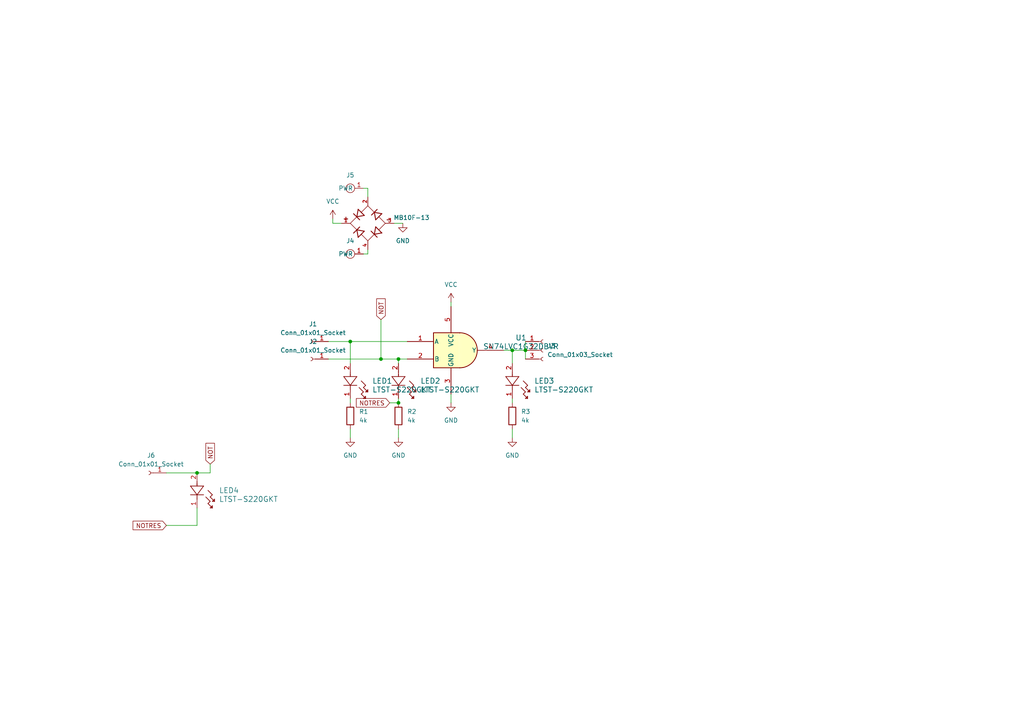
<source format=kicad_sch>
(kicad_sch (version 20230121) (generator eeschema)
  (paper "A4")
  (lib_symbols
    (symbol "Device:R" (pin_numbers hide) (pin_names (offset 0))
      (property "Reference" "R" (at 2.032 0 90))
      (property "Value" "R" (at 0 0 90))
      (symbol "R_0_1"
        (rectangle (start -1.016 -2.54) (end 1.016 2.54) (stroke (width 0.254)))
      )
      (symbol "R_1_1"
        (pin passive line (at 0 3.81 270) (length 1.27) (name "~") (number "1"))
        (pin passive line (at 0 -3.81 90) (length 1.27) (name "~") (number "2"))
      )
    )
    (symbol "DigitalLogicLibrary:8mm_snap" (in_bom no)
      (property "Reference" "J" (at 0 0 0))
      (symbol "8mm_snap_0_1"
        (circle (center 0 0) (radius 1.27))
      )
      (symbol "8mm_snap_1_1"
        (pin output line (at 3.81 0 180) (length 2.54) (name "PWR") (number "1"))
      )
    )
    (symbol "DigitalLogicLibrary:Conn_01x01_Socket" (pin_names (offset 1.016) hide)
      (property "Reference" "J" (at 0 2.54 0))
      (property "Value" "Conn_01x01_Socket" (at 0 -2.54 0))
      (symbol "Conn_01x01_Socket_1_1"
        (polyline (pts (xy -1.27 0) (xy -0.508 0)) (stroke (width 0.1524)))
        (arc (start 0 0.508) (mid -0.5058 0) (end 0 -0.508) (stroke (width 0.1524)))
        (pin passive line (at -5.08 0 0) (length 3.81) (name "Pin_1") (number "1"))
      )
    )
    (symbol "DigitalLogicLibrary:Conn_01x03_Socket" (pin_names (offset 1.016) hide)
      (property "Reference" "J" (at 0 5.08 0))
      (property "Value" "Conn_01x03_Socket" (at 0 -5.08 0))
      (symbol "Conn_01x03_Socket_1_1"
        (arc (start 0 -2.032) (mid -0.5058 -2.54) (end 0 -3.048) (stroke (width 0.1524)))
        (polyline (pts (xy -1.27 -2.54) (xy -0.508 -2.54)) (stroke (width 0.1524)))
        (polyline (pts (xy -1.27 0) (xy -0.508 0)) (stroke (width 0.1524)))
        (polyline (pts (xy -1.27 2.54) (xy -0.508 2.54)) (stroke (width 0.1524)))
        (arc (start 0 0.508) (mid -0.5058 0) (end 0 -0.508) (stroke (width 0.1524)))
        (arc (start 0 3.048) (mid -0.5058 2.54) (end 0 2.032) (stroke (width 0.1524)))
        (pin passive line (at -5.08 2.54 0) (length 3.81) (name "Pin_1") (number "1"))
        (pin passive line (at -5.08 0 0) (length 3.81) (name "Pin_2") (number "2"))
        (pin passive line (at -5.08 -2.54 0) (length 3.81) (name "Pin_3") (number "3"))
      )
    )
    (symbol "DigitalLogicLibrary:LTST-S220GKT" (pin_names (offset 0.254))
      (property "Reference" "LED" (at 5.08 -4.445 0))
      (property "Value" "LTST-S220GKT" (at 5.08 -7.62 0))
      (symbol "LTST-S220GKT_1_1"
        (polyline (pts (xy 2.54 0) (xy 3.4798 0)) (stroke (width 0.2032)))
        (polyline (pts (xy 3.175 0) (xy 3.81 0)) (stroke (width 0.2032)))
        (polyline (pts (xy 3.81 -1.905) (xy 6.35 0)) (stroke (width 0.2032)))
        (polyline (pts (xy 3.81 1.905) (xy 3.81 -1.905)) (stroke (width 0.2032)))
        (polyline (pts (xy 5.08 3.175) (xy 6.35 4.445)) (stroke (width 0.2032)))
        (polyline (pts (xy 6.35 -1.905) (xy 6.35 1.905)) (stroke (width 0.2032)))
        (polyline (pts (xy 6.35 0) (xy 3.81 1.905)) (stroke (width 0.2032)))
        (polyline (pts (xy 6.35 0) (xy 7.62 0)) (stroke (width 0.2032)))
        (polyline (pts (xy 6.35 4.445) (xy 6.985 3.81)) (stroke (width 0.2032)))
        (polyline (pts (xy 6.985 2.54) (xy 8.255 3.81)) (stroke (width 0.2032)))
        (polyline (pts (xy 6.985 3.81) (xy 8.255 5.08)) (stroke (width 0.2032)))
        (polyline (pts (xy 7.62 5.08) (xy 8.255 4.445)) (stroke (width 0.2032)))
        (polyline (pts (xy 8.255 3.81) (xy 8.89 3.175)) (stroke (width 0.2032)))
        (polyline (pts (xy 8.255 4.445) (xy 8.255 5.08)) (stroke (width 0.2032)))
        (polyline (pts (xy 8.255 5.08) (xy 7.62 5.08)) (stroke (width 0.2032)))
        (polyline (pts (xy 8.89 3.175) (xy 10.16 4.445)) (stroke (width 0.2032)))
        (polyline (pts (xy 9.525 4.445) (xy 10.16 3.81)) (stroke (width 0.2032)))
        (polyline (pts (xy 10.16 3.81) (xy 10.16 4.445)) (stroke (width 0.2032)))
        (polyline (pts (xy 10.16 4.445) (xy 9.525 4.445)) (stroke (width 0.2032)))
        (pin unspecified line (at 10.16 0 180) (length 2.54) (name "") (number "1"))
        (pin unspecified line (at 0 0 0) (length 2.54) (name "") (number "2"))
      )
      (symbol "LTST-S220GKT_1_2"
        (polyline (pts (xy -5.08 7.62) (xy -4.445 8.255)) (stroke (width 0.2032)))
        (polyline (pts (xy -5.08 8.255) (xy -5.08 7.62)) (stroke (width 0.2032)))
        (polyline (pts (xy -4.445 6.35) (xy -3.81 6.985)) (stroke (width 0.2032)))
        (polyline (pts (xy -4.445 8.255) (xy -5.08 8.255)) (stroke (width 0.2032)))
        (polyline (pts (xy -4.445 9.525) (xy -3.81 10.16)) (stroke (width 0.2032)))
        (polyline (pts (xy -4.445 10.16) (xy -4.445 9.525)) (stroke (width 0.2032)))
        (polyline (pts (xy -3.81 6.985) (xy -5.08 8.255)) (stroke (width 0.2032)))
        (polyline (pts (xy -3.81 8.255) (xy -3.175 8.89)) (stroke (width 0.2032)))
        (polyline (pts (xy -3.81 10.16) (xy -4.445 10.16)) (stroke (width 0.2032)))
        (polyline (pts (xy -3.175 5.08) (xy -4.445 6.35)) (stroke (width 0.2032)))
        (polyline (pts (xy -3.175 8.89) (xy -4.445 10.16)) (stroke (width 0.2032)))
        (polyline (pts (xy -2.54 6.985) (xy -3.81 8.255)) (stroke (width 0.2032)))
        (polyline (pts (xy -1.905 3.81) (xy 1.905 3.81)) (stroke (width 0.2032)))
        (polyline (pts (xy 0 2.54) (xy 0 3.4798)) (stroke (width 0.2032)))
        (polyline (pts (xy 0 3.175) (xy 0 3.81)) (stroke (width 0.2032)))
        (polyline (pts (xy 0 6.35) (xy -1.905 3.81)) (stroke (width 0.2032)))
        (polyline (pts (xy 0 6.35) (xy 0 7.62)) (stroke (width 0.2032)))
        (polyline (pts (xy 1.905 3.81) (xy 0 6.35)) (stroke (width 0.2032)))
        (polyline (pts (xy 1.905 6.35) (xy -1.905 6.35)) (stroke (width 0.2032)))
        (pin unspecified line (at 0 10.16 270) (length 2.54) (name "") (number "1"))
        (pin unspecified line (at 0 0 90) (length 2.54) (name "") (number "2"))
      )
    )
    (symbol "DigitalLogicLibrary:MB10F-13" (pin_names (offset 1.016))
      (property "Reference" "D" (at 5.08 5.08 0))
      (property "Value" "MB10F-13" (at 5.08 -7.62 0))
      (symbol "MB10F-13_0_0"
        (polyline (pts (xy -6.858 1.27) (xy -5.842 1.27)) (stroke (width 0.254)))
        (polyline (pts (xy -6.35 0.762) (xy -6.35 1.778)) (stroke (width 0.254)))
        (polyline (pts (xy -5.08 0) (xy -3.175 -1.905)) (stroke (width 0.1524)))
        (polyline (pts (xy -3.175 -1.905) (xy -2.794 -4.064)) (stroke (width 0.254)))
        (polyline (pts (xy -3.175 -1.905) (xy -1.016 -2.286)) (stroke (width 0.254)))
        (polyline (pts (xy -3.175 1.905) (xy -5.08 0)) (stroke (width 0.1524)))
        (polyline (pts (xy -3.175 1.905) (xy -2.794 4.064)) (stroke (width 0.254)))
        (polyline (pts (xy -3.175 1.905) (xy -1.016 2.286)) (stroke (width 0.254)))
        (polyline (pts (xy -2.3622 -1.0668) (xy -4.1402 -2.8448)) (stroke (width 0.254)))
        (polyline (pts (xy -2.3622 1.016) (xy -4.1402 2.794)) (stroke (width 0.254)))
        (polyline (pts (xy -1.016 -2.286) (xy -2.794 -4.064)) (stroke (width 0.254)))
        (polyline (pts (xy -1.016 2.286) (xy -2.794 4.064)) (stroke (width 0.254)))
        (polyline (pts (xy 0 -5.08) (xy -1.8034 -3.2766)) (stroke (width 0.1524)))
        (polyline (pts (xy 0 -5.08) (xy 1.905 -3.175)) (stroke (width 0.1524)))
        (polyline (pts (xy 0 5.08) (xy -1.8034 3.2766)) (stroke (width 0.1524)))
        (polyline (pts (xy 1.905 -3.175) (xy 2.286 -1.016)) (stroke (width 0.254)))
        (polyline (pts (xy 1.905 -3.175) (xy 4.064 -2.794)) (stroke (width 0.254)))
        (polyline (pts (xy 1.905 3.175) (xy 0 5.08)) (stroke (width 0.1524)))
        (polyline (pts (xy 1.905 3.175) (xy 2.286 1.016)) (stroke (width 0.254)))
        (polyline (pts (xy 1.905 3.175) (xy 4.064 2.794)) (stroke (width 0.254)))
        (polyline (pts (xy 2.7178 -4.0386) (xy 0.9398 -2.2606)) (stroke (width 0.254)))
        (polyline (pts (xy 2.7178 4.0386) (xy 1.0668 2.3876)) (stroke (width 0.254)))
        (polyline (pts (xy 3.2766 -1.8034) (xy 5.08 0)) (stroke (width 0.1524)))
        (polyline (pts (xy 4.064 -2.794) (xy 2.286 -1.016)) (stroke (width 0.254)))
        (polyline (pts (xy 4.064 2.794) (xy 2.286 1.016)) (stroke (width 0.254)))
        (polyline (pts (xy 5.08 0) (xy 3.2766 1.8034)) (stroke (width 0.1524)))
        (polyline (pts (xy 5.588 1.016) (xy 6.604 1.016)) (stroke (width 0.254)))
        (pin passive line (at -7.62 0 0) (length 2.54) (name "~") (number "1"))
        (pin passive line (at 0 7.62 270) (length 2.54) (name "~") (number "2"))
        (pin passive line (at 7.62 0 180) (length 2.54) (name "~") (number "3"))
        (pin passive line (at 0 -7.62 90) (length 2.54) (name "~") (number "4"))
      )
    )
    (symbol "DigitalLogicLibrary:SN74LVC1G32DBVR" (pin_names (offset 0.254))
      (property "Reference" "U" (at 25.4 10.16 0))
      (property "Value" "SN74LVC1G32DBVR" (at 25.4 7.62 0))
      (symbol "SN74LVC1G32DBVR_0_1"
        (polyline (pts (xy 27.94 -6.35) (xy 20.32 -6.35) (xy 20.32 3.81) (xy 27.94 3.81)) (stroke (width 0.254)) (fill (type background)))
        (arc (start 27.94 -6.35) (mid 32.9979 -1.27) (end 27.94 3.81) (stroke (width 0.254)) (fill (type background)))
        (pin input line (at 12.7 1.27 0) (length 7.62) (name "A") (number "1"))
        (pin input line (at 12.7 -3.81 0) (length 7.62) (name "B") (number "2"))
        (pin power_in line (at 25.4 -13.97 90) (length 7.62) (name "GND") (number "3"))
        (pin output line (at 40.64 -1.27 180) (length 7.62) (name "Y") (number "4"))
        (pin power_in line (at 25.4 11.43 270) (length 7.62) (name "VCC") (number "5"))
      )
    )
    (symbol "power:GND" (power) (pin_names (offset 0))
      (property "Value" "GND" (at 0 -3.81 0))
      (symbol "GND_0_1"
        (polyline (pts (xy 0 0) (xy 0 -1.27) (xy 1.27 -1.27) (xy 0 -2.54) (xy -1.27 -1.27) (xy 0 -1.27)))
      )
      (symbol "GND_1_1"
        (pin power_in line (at 0 0 270) (length 0) hide (name "GND") (number "1"))
      )
    )
    (symbol "power:VCC" (power) (pin_names (offset 0))
      (property "Value" "VCC" (at 0 3.81 0))
      (symbol "VCC_0_1"
        (polyline (pts (xy -0.762 1.27) (xy 0 2.54)))
        (polyline (pts (xy 0 0) (xy 0 2.54)))
        (polyline (pts (xy 0 2.54) (xy 0.762 1.27)))
      )
      (symbol "VCC_1_1"
        (pin power_in line (at 0 0 90) (length 0) hide (name "VCC") (number "1"))
      )
    )
  )
  (junction (at 115.57 116.84))
  (junction (at 148.59 101.6))
  (junction (at 110.49 104.14))
  (junction (at 101.6 99.06))
  (junction (at 57.15 137.16))
  (junction (at 152.4 101.6))
  (junction (at 115.57 104.14))
  (wire (pts (xy 152.4 101.6) (xy 152.4 104.14)))
  (wire (pts (xy 106.68 72.39) (xy 106.68 73.66)))
  (wire (pts (xy 115.57 104.14) (xy 118.11 104.14)))
  (wire (pts (xy 101.6 99.06) (xy 101.6 105.41)))
  (wire (pts (xy 57.15 152.4) (xy 57.15 147.32)))
  (wire (pts (xy 110.49 104.14) (xy 115.57 104.14)))
  (wire (pts (xy 148.59 115.57) (xy 148.59 116.84)))
  (wire (pts (xy 148.59 124.46) (xy 148.59 127)))
  (wire (pts (xy 96.52 63.5) (xy 96.52 64.77)))
  (wire (pts (xy 101.6 116.84) (xy 101.6 115.57)))
  (wire (pts (xy 130.81 87.63) (xy 130.81 88.9)))
  (wire (pts (xy 101.6 99.06) (xy 118.11 99.06)))
  (wire (pts (xy 95.25 104.14) (xy 110.49 104.14)))
  (wire (pts (xy 115.57 115.57) (xy 115.57 116.84)))
  (wire (pts (xy 105.41 54.61) (xy 106.68 54.61)))
  (wire (pts (xy 148.59 101.6) (xy 148.59 105.41)))
  (wire (pts (xy 48.26 137.16) (xy 57.15 137.16)))
  (wire (pts (xy 130.81 114.3) (xy 130.81 116.84)))
  (wire (pts (xy 60.96 137.16) (xy 57.15 137.16)))
  (wire (pts (xy 114.3 64.77) (xy 116.84 64.77)))
  (wire (pts (xy 146.05 101.6) (xy 148.59 101.6)))
  (wire (pts (xy 152.4 99.06) (xy 152.4 101.6)))
  (wire (pts (xy 60.96 134.62) (xy 60.96 137.16)))
  (wire (pts (xy 96.52 64.77) (xy 99.06 64.77)))
  (wire (pts (xy 106.68 73.66) (xy 105.41 73.66)))
  (wire (pts (xy 115.57 124.46) (xy 115.57 127)))
  (wire (pts (xy 95.25 99.06) (xy 101.6 99.06)))
  (wire (pts (xy 113.03 116.84) (xy 115.57 116.84)))
  (wire (pts (xy 110.49 92.71) (xy 110.49 104.14)))
  (wire (pts (xy 48.26 152.4) (xy 57.15 152.4)))
  (wire (pts (xy 115.57 104.14) (xy 115.57 105.41)))
  (wire (pts (xy 101.6 124.46) (xy 101.6 127)))
  (wire (pts (xy 148.59 101.6) (xy 152.4 101.6)))
  (wire (pts (xy 106.68 54.61) (xy 106.68 57.15)))
  (global_label "NOT" (shape input) (at 110.49 92.71 90) (property "Intersheetrefs" "${INTERSHEET_REFS}" (effects hide)))
  (global_label "NOTRES" (shape input) (at 48.26 152.4 180) (property "Intersheetrefs" "${INTERSHEET_REFS}" (effects hide)))
  (global_label "NOT" (shape input) (at 60.96 134.62 90) (property "Intersheetrefs" "${INTERSHEET_REFS}" (effects hide)))
  (global_label "NOTRES" (shape input) (at 113.03 116.84 180) (property "Intersheetrefs" "${INTERSHEET_REFS}" (effects hide)))
  (symbol (lib_id "power:GND") (at 130.81 116.84 0) (unit 1)
    (property "Reference" "#PWR04" (effects hide))
    (property "Value" "GND" (at 130.81 121.92 0))
  )
  (symbol (lib_id "DigitalLogicLibrary:LTST-S220GKT") (at 148.59 105.41 270) (unit 1)
    (property "Reference" "LED3" (at 154.94 110.49 90) (effects (font (size 1.524 1.524)) (justify left)))
    (property "Value" "LTST-S220GKT" (at 154.94 113.03 90) (effects (font (size 1.524 1.524)) (justify left)))
    (property "Footprint" "LED_LTST-S220GKT_LTO" (effects hide))
    (property "Datasheet" "LTST-S220GKT" (effects hide))
  )
  (symbol (lib_id "power:GND") (at 101.6 127 0) (unit 1)
    (property "Reference" "#PWR05" (effects hide))
    (property "Value" "GND" (at 101.6 132.08 0))
  )
  (symbol (lib_id "DigitalLogicLibrary:Conn_01x03_Socket") (at 157.48 101.6 0) (unit 1)
    (property "Reference" "J3" (at 158.75 100.33 0) (effects (justify left)))
    (property "Value" "Conn_01x03_Socket" (at 158.75 102.87 0) (effects (justify left)))
    (property "Footprint" "Connector_PinSocket_2.54mm:PinSocket_1x03_P2.54mm_Vertical" (effects hide))
  )
  (symbol (lib_id "DigitalLogicLibrary:SN74LVC1G32DBVR") (at 105.41 100.33 0) (unit 1)
    (property "Reference" "U1" (at 151.13 97.9521 0) (effects (font (size 1.524 1.524))))
    (property "Value" "SN74LVC1G32DBVR" (at 151.13 100.4921 0) (effects (font (size 1.524 1.524))))
    (property "Footprint" "DBV5" (effects hide))
    (property "Datasheet" "SN74LVC1G32DBVR" (effects hide))
  )
  (symbol (lib_id "DigitalLogicLibrary:Conn_01x01_Socket") (at 90.17 104.14 180) (unit 1)
    (property "Reference" "J2" (at 90.805 99.06 0))
    (property "Value" "Conn_01x01_Socket" (at 90.805 101.6 0))
    (property "Footprint" "Connector_PinSocket_2.54mm:PinSocket_1x01_P2.54mm_Vertical" (effects hide))
  )
  (symbol (lib_id "DigitalLogicLibrary:LTST-S220GKT") (at 115.57 105.41 270) (unit 1)
    (property "Reference" "LED2" (at 121.92 110.49 90) (effects (font (size 1.524 1.524)) (justify left)))
    (property "Value" "LTST-S220GKT" (at 121.92 113.03 90) (effects (font (size 1.524 1.524)) (justify left)))
    (property "Footprint" "LED_LTST-S220GKT_LTO" (effects hide))
    (property "Datasheet" "LTST-S220GKT" (effects hide))
  )
  (symbol (lib_id "power:VCC") (at 96.52 63.5 0) (unit 1)
    (property "Reference" "#PWR01" (effects hide))
    (property "Value" "VCC" (at 96.52 58.42 0))
  )
  (symbol (lib_id "power:GND") (at 148.59 127 0) (unit 1)
    (property "Reference" "#PWR07" (effects hide))
    (property "Value" "GND" (at 148.59 132.08 0))
  )
  (symbol (lib_id "DigitalLogicLibrary:8mm_snap") (at 101.6 54.61 0) (unit 1) (in_bom no)
    (property "Reference" "J5" (at 101.6 50.8 0))
    (property "Value" "~" (at 101.6 54.61 0))
    (property "Footprint" "DigitalLogicFootprints:8mm-snap" (effects hide))
  )
  (symbol (lib_id "power:GND") (at 116.84 64.77 0) (unit 1)
    (property "Reference" "#PWR02" (effects hide))
    (property "Value" "GND" (at 116.84 69.85 0))
  )
  (symbol (lib_id "DigitalLogicLibrary:LTST-S220GKT") (at 101.6 105.41 270) (unit 1)
    (property "Reference" "LED1" (at 107.95 110.49 90) (effects (font (size 1.524 1.524)) (justify left)))
    (property "Value" "LTST-S220GKT" (at 107.95 113.03 90) (effects (font (size 1.524 1.524)) (justify left)))
    (property "Footprint" "LED_LTST-S220GKT_LTO" (effects hide))
    (property "Datasheet" "LTST-S220GKT" (effects hide))
  )
  (symbol (lib_id "DigitalLogicLibrary:Conn_01x01_Socket") (at 43.18 137.16 180) (unit 1)
    (property "Reference" "J6" (at 43.815 132.08 0))
    (property "Value" "Conn_01x01_Socket" (at 43.815 134.62 0))
    (property "Footprint" "Connector_PinSocket_2.54mm:PinSocket_1x01_P2.54mm_Vertical" (effects hide))
  )
  (symbol (lib_id "Device:R") (at 101.6 120.65 0) (unit 1)
    (property "Reference" "R1" (at 104.14 119.38 0) (effects (justify left)))
    (property "Value" "4k" (at 104.14 121.92 0) (effects (justify left)))
    (property "Footprint" "Resistor_SMD:R_0805_2012Metric_Pad1.20x1.40mm_HandSolder" (effects hide))
  )
  (symbol (lib_id "power:GND") (at 115.57 127 0) (unit 1)
    (property "Reference" "#PWR06" (effects hide))
    (property "Value" "GND" (at 115.57 132.08 0))
  )
  (symbol (lib_id "DigitalLogicLibrary:Conn_01x01_Socket") (at 90.17 99.06 180) (unit 1)
    (property "Reference" "J1" (at 90.805 93.98 0))
    (property "Value" "Conn_01x01_Socket" (at 90.805 96.52 0))
    (property "Footprint" "Connector_PinSocket_2.54mm:PinSocket_1x01_P2.54mm_Vertical" (effects hide))
  )
  (symbol (lib_id "power:VCC") (at 130.81 87.63 0) (unit 1)
    (property "Reference" "#PWR03" (effects hide))
    (property "Value" "VCC" (at 130.81 82.55 0))
  )
  (symbol (lib_id "DigitalLogicLibrary:MB10F-13") (at 106.68 64.77 0) (unit 1)
    (property "Reference" "D1" (effects hide))
    (property "Value" "MB10F-13" (at 119.38 63.1191 0))
    (property "Footprint" "DigitalLogicFootprints:DIOB_MB10F-13" (effects hide))
    (property "MF" "Diodes Zetex" (effects hide))
    (property "MAXIMUM_PACKAGE_HEIGHT" "1.8 mm" (effects hide))
    (property "Package" "None" (effects hide))
    (property "Price" "None" (effects hide))
    (property "Check_prices" "https://www.snapeda.com/parts/MB10F-13/Zetex/view-part/?ref=eda" (effects hide))
    (property "STANDARD" "Manufacturer Recommendations" (effects hide))
    (property "PARTREV" "3 - 2" (effects hide))
    (property "SnapEDA_Link" "https://www.snapeda.com/parts/MB10F-13/Zetex/view-part/?ref=snap" (effects hide))
    (property "MP" "MB10F-13" (effects hide))
    (property "Purchase-URL" "https://www.snapeda.com/api/url_track_click_mouser/?unipart_id=6347924&manufacturer=Diodes Zetex&part_name=MB10F-13&search_term=mb10f" (effects hide))
    (property "Description" "\nRectifier Bridge Diode Single 1KV 0.8A 4-Pin MBF T/R\n" (effects hide))
    (property "Availability" "In Stock" (effects hide))
    (property "MANUFACTURER" "Diodes Inc." (effects hide))
  )
  (symbol (lib_id "DigitalLogicLibrary:LTST-S220GKT") (at 57.15 137.16 270) (unit 1)
    (property "Reference" "LED4" (at 63.5 142.24 90) (effects (font (size 1.524 1.524)) (justify left)))
    (property "Value" "LTST-S220GKT" (at 63.5 144.78 90) (effects (font (size 1.524 1.524)) (justify left)))
    (property "Footprint" "LED_LTST-S220GKT_LTO" (effects hide))
    (property "Datasheet" "LTST-S220GKT" (effects hide))
  )
  (symbol (lib_id "Device:R") (at 115.57 120.65 0) (unit 1)
    (property "Reference" "R2" (at 118.11 119.38 0) (effects (justify left)))
    (property "Value" "4k" (at 118.11 121.92 0) (effects (justify left)))
    (property "Footprint" "Resistor_SMD:R_0805_2012Metric_Pad1.20x1.40mm_HandSolder" (effects hide))
  )
  (symbol (lib_id "DigitalLogicLibrary:8mm_snap") (at 101.6 73.66 0) (unit 1) (in_bom no)
    (property "Reference" "J4" (at 101.6 69.85 0))
    (property "Value" "~" (at 101.6 73.66 0))
    (property "Footprint" "DigitalLogicFootprints:8mm-snap" (effects hide))
  )
  (symbol (lib_id "Device:R") (at 148.59 120.65 0) (unit 1)
    (property "Reference" "R3" (at 151.13 119.38 0) (effects (justify left)))
    (property "Value" "4k" (at 151.13 121.92 0) (effects (justify left)))
    (property "Footprint" "Resistor_SMD:R_0805_2012Metric_Pad1.20x1.40mm_HandSolder" (effects hide))
  )
)
</source>
